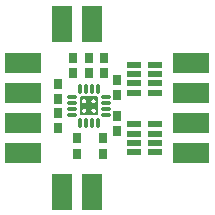
<source format=gts>
G04 DipTrace 2.4.0.2*
%INFlexADCBufferAry.gts*%
%MOMM*%
%ADD19C,0.152*%
%ADD30C,0.165*%
%ADD40O,0.9X0.35*%
%ADD41O,0.35X0.9*%
%ADD42R,1.2X0.49*%
%ADD43R,1.75X2.082*%
%ADD44R,1.75X1.65*%
%ADD46R,2.082X1.75*%
%ADD48R,1.65X1.75*%
%ADD49R,0.75X0.95*%
%FSLAX53Y53*%
G04*
G71*
G90*
G75*
G01*
%LNTopMask*%
%LPD*%
D49*
X18426Y18682D3*
Y19982D3*
X13464Y18321D3*
Y19621D3*
X17313Y20562D3*
Y21862D3*
X13466Y17190D3*
Y15890D3*
X14727Y20567D3*
Y21867D3*
X18428Y16948D3*
Y15648D3*
X15051Y15032D3*
Y13732D3*
X17290Y15034D3*
Y13734D3*
X16041Y20559D3*
Y21859D3*
D48*
X23978Y21438D3*
Y18898D3*
Y16358D3*
Y13818D3*
D46*
X25248D3*
Y16358D3*
Y18898D3*
Y21438D3*
D48*
X11278Y13818D3*
Y16358D3*
Y18898D3*
Y21438D3*
D46*
X10008D3*
Y18898D3*
Y16358D3*
Y13818D3*
D44*
X16358Y11278D3*
X13818D3*
D43*
X16358Y10008D3*
X13818D3*
D44*
X16358Y23978D3*
X13818D3*
D43*
X16358Y25248D3*
X13818D3*
D42*
X21653Y18873D3*
Y19673D3*
Y20473D3*
Y21273D3*
X19853D3*
Y20473D3*
Y19673D3*
Y18873D3*
X21654Y13833D3*
Y14633D3*
Y15433D3*
Y16233D3*
X19854D3*
Y15433D3*
Y14633D3*
Y13833D3*
X16765Y18487D2*
D19*
X15352D1*
Y17067D1*
X16765D1*
Y18487D1*
G36*
X16272Y18010D2*
X15799D1*
Y17537D1*
X16272D1*
Y18010D1*
G37*
G36*
X16799Y17940D2*
X16265D1*
Y17623D1*
X16799D1*
Y17940D1*
G37*
G36*
X16272Y17583D2*
X15882D1*
Y17040D1*
X16272D1*
Y17583D1*
G37*
G36*
X16216Y18523D2*
X15905D1*
Y18006D1*
X16216D1*
Y18523D1*
G37*
G36*
X15809Y17933D2*
X15319D1*
Y17613D1*
X15809D1*
Y17933D1*
G37*
X16179Y17380D2*
D30*
X16180Y17399D1*
X16182Y17417D1*
X16185Y17436D1*
X16190Y17454D1*
X16196Y17472D1*
X16203Y17489D1*
X16212Y17506D1*
X16222Y17522D1*
X16233Y17537D1*
X16245Y17552D1*
X16258Y17566D1*
X16272Y17579D1*
X16287Y17590D1*
X16302Y17601D1*
X16319Y17611D1*
X16336Y17620D1*
X16354Y17628D1*
X16372Y17634D1*
X16391Y17639D1*
X16410Y17643D1*
X16429Y17646D1*
X16449Y17647D1*
X16468D1*
X16488Y17646D1*
X16507Y17643D1*
X16526Y17639D1*
X16545Y17634D1*
X16563Y17628D1*
X16581Y17620D1*
X16598Y17611D1*
X16615Y17601D1*
X16631Y17590D1*
X16646Y17579D1*
X16660Y17566D1*
X16673Y17552D1*
X16685Y17537D1*
X16696Y17522D1*
X16705Y17506D1*
X16714Y17489D1*
X16721Y17472D1*
X16727Y17454D1*
X16732Y17436D1*
X16735Y17417D1*
X16737Y17399D1*
X16738Y17380D1*
X16737Y17362D1*
X16735Y17343D1*
X16732Y17325D1*
X16727Y17307D1*
X16721Y17289D1*
X16714Y17272D1*
X16705Y17255D1*
X16696Y17239D1*
X16685Y17224D1*
X16673Y17209D1*
X16660Y17195D1*
X16646Y17182D1*
X16631Y17170D1*
X16615Y17159D1*
X16598Y17149D1*
X16581Y17141D1*
X16563Y17133D1*
X16545Y17127D1*
X16526Y17122D1*
X16507Y17118D1*
X16488Y17115D1*
X16468Y17114D1*
X16449D1*
X16429Y17115D1*
X16410Y17118D1*
X16391Y17122D1*
X16372Y17127D1*
X16354Y17133D1*
X16336Y17141D1*
X16319Y17149D1*
X16302Y17159D1*
X16287Y17170D1*
X16272Y17182D1*
X16258Y17195D1*
X16245Y17209D1*
X16233Y17224D1*
X16222Y17239D1*
X16212Y17255D1*
X16203Y17272D1*
X16196Y17289D1*
X16190Y17307D1*
X16185Y17325D1*
X16182Y17343D1*
X16180Y17362D1*
X16179Y17380D1*
X15383Y17377D2*
Y17396D1*
X15385Y17414D1*
X15389Y17432D1*
X15394Y17451D1*
X15400Y17468D1*
X15407Y17485D1*
X15415Y17502D1*
X15425Y17518D1*
X15436Y17534D1*
X15448Y17548D1*
X15461Y17562D1*
X15475Y17575D1*
X15490Y17587D1*
X15506Y17598D1*
X15522Y17608D1*
X15540Y17617D1*
X15557Y17624D1*
X15576Y17631D1*
X15595Y17636D1*
X15614Y17640D1*
X15633Y17642D1*
X15652Y17643D1*
X15672D1*
X15691Y17642D1*
X15711Y17640D1*
X15730Y17636D1*
X15748Y17631D1*
X15767Y17624D1*
X15785Y17617D1*
X15802Y17608D1*
X15818Y17598D1*
X15834Y17587D1*
X15849Y17575D1*
X15863Y17562D1*
X15876Y17548D1*
X15888Y17534D1*
X15899Y17518D1*
X15909Y17502D1*
X15917Y17485D1*
X15925Y17468D1*
X15931Y17451D1*
X15935Y17432D1*
X15939Y17414D1*
X15941Y17396D1*
Y17377D1*
Y17358D1*
X15939Y17340D1*
X15935Y17322D1*
X15931Y17304D1*
X15925Y17286D1*
X15917Y17269D1*
X15909Y17252D1*
X15899Y17236D1*
X15888Y17220D1*
X15876Y17206D1*
X15863Y17192D1*
X15849Y17179D1*
X15834Y17167D1*
X15818Y17156D1*
X15802Y17146D1*
X15785Y17137D1*
X15767Y17130D1*
X15748Y17123D1*
X15730Y17118D1*
X15711Y17114D1*
X15691Y17112D1*
X15672Y17111D1*
X15652D1*
X15633Y17112D1*
X15614Y17114D1*
X15595Y17118D1*
X15576Y17123D1*
X15557Y17130D1*
X15540Y17137D1*
X15522Y17146D1*
X15506Y17156D1*
X15490Y17167D1*
X15475Y17179D1*
X15461Y17192D1*
X15448Y17206D1*
X15436Y17220D1*
X15425Y17236D1*
X15415Y17252D1*
X15407Y17269D1*
X15400Y17286D1*
X15394Y17304D1*
X15389Y17322D1*
X15385Y17340D1*
X15383Y17358D1*
Y17377D1*
X16176Y18170D2*
X16177Y18189D1*
X16179Y18207D1*
X16182Y18226D1*
X16187Y18244D1*
X16193Y18262D1*
X16200Y18279D1*
X16209Y18296D1*
X16219Y18312D1*
X16230Y18327D1*
X16242Y18342D1*
X16255Y18356D1*
X16269Y18369D1*
X16284Y18380D1*
X16299Y18391D1*
X16316Y18401D1*
X16333Y18410D1*
X16351Y18418D1*
X16369Y18424D1*
X16388Y18429D1*
X16407Y18433D1*
X16426Y18436D1*
X16446Y18437D1*
X16465D1*
X16485Y18436D1*
X16504Y18433D1*
X16523Y18429D1*
X16542Y18424D1*
X16560Y18418D1*
X16578Y18410D1*
X16595Y18401D1*
X16612Y18391D1*
X16627Y18380D1*
X16642Y18369D1*
X16656Y18356D1*
X16669Y18342D1*
X16681Y18327D1*
X16692Y18312D1*
X16702Y18296D1*
X16710Y18279D1*
X16718Y18262D1*
X16724Y18244D1*
X16728Y18226D1*
X16732Y18207D1*
X16734Y18189D1*
X16735Y18170D1*
X16734Y18152D1*
X16732Y18133D1*
X16728Y18115D1*
X16724Y18097D1*
X16718Y18079D1*
X16710Y18062D1*
X16702Y18045D1*
X16692Y18029D1*
X16681Y18014D1*
X16669Y17999D1*
X16656Y17985D1*
X16642Y17972D1*
X16627Y17960D1*
X16612Y17949D1*
X16595Y17940D1*
X16578Y17931D1*
X16560Y17923D1*
X16542Y17917D1*
X16523Y17912D1*
X16504Y17908D1*
X16485Y17905D1*
X16465Y17904D1*
X16446D1*
X16426Y17905D1*
X16407Y17908D1*
X16388Y17912D1*
X16369Y17917D1*
X16351Y17923D1*
X16333Y17931D1*
X16316Y17940D1*
X16299Y17949D1*
X16284Y17960D1*
X16269Y17972D1*
X16255Y17985D1*
X16242Y17999D1*
X16230Y18014D1*
X16219Y18029D1*
X16209Y18045D1*
X16200Y18062D1*
X16193Y18079D1*
X16187Y18097D1*
X16182Y18115D1*
X16179Y18133D1*
X16177Y18152D1*
X16176Y18170D1*
X15386D2*
X15387Y18189D1*
X15389Y18207D1*
X15392Y18226D1*
X15397Y18244D1*
X15403Y18262D1*
X15410Y18279D1*
X15419Y18296D1*
X15429Y18312D1*
X15439Y18327D1*
X15451Y18342D1*
X15464Y18356D1*
X15479Y18369D1*
X15493Y18380D1*
X15509Y18391D1*
X15526Y18401D1*
X15543Y18410D1*
X15561Y18418D1*
X15579Y18424D1*
X15598Y18429D1*
X15617Y18433D1*
X15636Y18436D1*
X15656Y18437D1*
X15675D1*
X15695Y18436D1*
X15714Y18433D1*
X15733Y18429D1*
X15752Y18424D1*
X15770Y18418D1*
X15788Y18410D1*
X15805Y18401D1*
X15822Y18391D1*
X15837Y18380D1*
X15852Y18369D1*
X15866Y18356D1*
X15879Y18342D1*
X15891Y18327D1*
X15902Y18312D1*
X15912Y18296D1*
X15921Y18279D1*
X15928Y18262D1*
X15934Y18244D1*
X15939Y18226D1*
X15942Y18207D1*
X15944Y18189D1*
X15945Y18170D1*
X15944Y18152D1*
X15942Y18133D1*
X15939Y18115D1*
X15934Y18097D1*
X15928Y18079D1*
X15921Y18062D1*
X15912Y18045D1*
X15902Y18029D1*
X15891Y18014D1*
X15879Y17999D1*
X15866Y17985D1*
X15852Y17972D1*
X15837Y17960D1*
X15822Y17949D1*
X15805Y17940D1*
X15788Y17931D1*
X15770Y17923D1*
X15752Y17917D1*
X15733Y17912D1*
X15714Y17908D1*
X15695Y17905D1*
X15675Y17904D1*
X15656D1*
X15636Y17905D1*
X15617Y17908D1*
X15598Y17912D1*
X15579Y17917D1*
X15561Y17923D1*
X15543Y17931D1*
X15526Y17940D1*
X15509Y17949D1*
X15493Y17960D1*
X15479Y17972D1*
X15464Y17985D1*
X15451Y17999D1*
X15439Y18014D1*
X15429Y18029D1*
X15419Y18045D1*
X15410Y18062D1*
X15403Y18079D1*
X15397Y18097D1*
X15392Y18115D1*
X15389Y18133D1*
X15387Y18152D1*
X15386Y18170D1*
D41*
X16809Y19223D3*
X16309D3*
X15809D3*
X15309D3*
D40*
X14609Y18523D3*
Y18023D3*
Y17523D3*
Y17023D3*
D41*
X15309Y16323D3*
X15809D3*
X16309D3*
X16809D3*
D40*
X17509Y17023D3*
Y17523D3*
Y18023D3*
Y18523D3*
M02*

</source>
